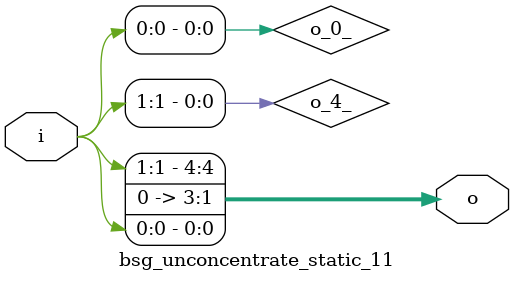
<source format=v>

module bsg_unconcentrate_static_11
(
  i,
  o
);

  input [1:0] i;
  output [4:0] o;
  wire [4:0] o;
  wire o_4_,o_0_;
  assign o[3] = 1'b0;
  assign o[2] = 1'b0;
  assign o[1] = 1'b0;
  assign o_4_ = i[1];
  assign o[4] = o_4_;
  assign o_0_ = i[0];
  assign o[0] = o_0_;

endmodule
</source>
